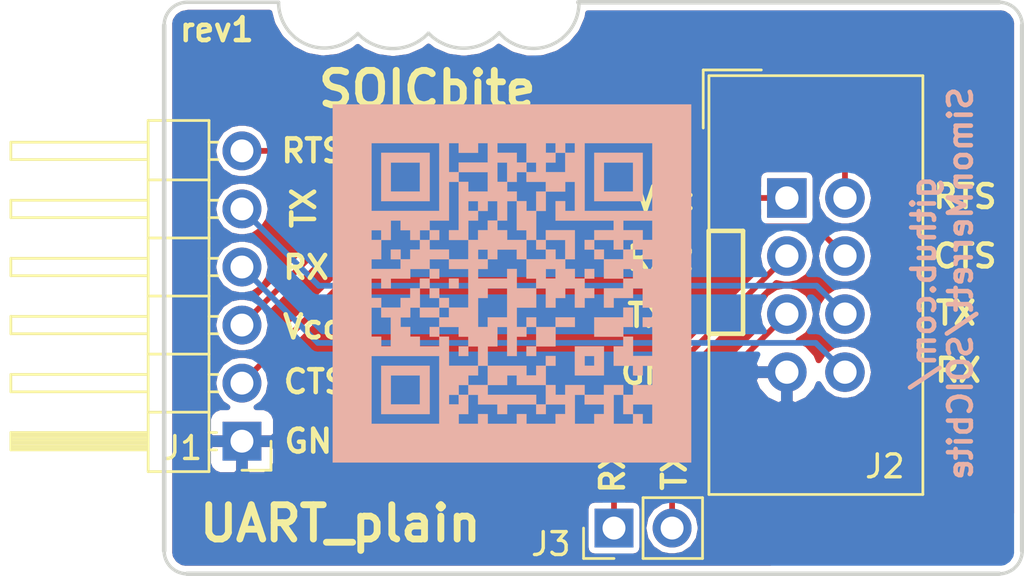
<source format=kicad_pcb>
(kicad_pcb (version 20171130) (host pcbnew 5.0.2-bee76a0~70~ubuntu18.04.1)

  (general
    (thickness 1.6)
    (drawings 38)
    (tracks 22)
    (zones 0)
    (modules 4)
    (nets 9)
  )

  (page A4)
  (layers
    (0 F.Cu signal)
    (31 B.Cu signal)
    (32 B.Adhes user)
    (33 F.Adhes user)
    (34 B.Paste user)
    (35 F.Paste user)
    (36 B.SilkS user)
    (37 F.SilkS user)
    (38 B.Mask user)
    (39 F.Mask user)
    (40 Dwgs.User user)
    (41 Cmts.User user)
    (42 Eco1.User user)
    (43 Eco2.User user)
    (44 Edge.Cuts user)
    (45 Margin user)
    (46 B.CrtYd user)
    (47 F.CrtYd user)
    (48 B.Fab user hide)
    (49 F.Fab user hide)
  )

  (setup
    (last_trace_width 0.25)
    (trace_clearance 0.2)
    (zone_clearance 0.254)
    (zone_45_only no)
    (trace_min 0.2)
    (segment_width 0.2)
    (edge_width 0.15)
    (via_size 0.8)
    (via_drill 0.4)
    (via_min_size 0.4)
    (via_min_drill 0.3)
    (uvia_size 0.3)
    (uvia_drill 0.1)
    (uvias_allowed no)
    (uvia_min_size 0.2)
    (uvia_min_drill 0.1)
    (pcb_text_width 0.3)
    (pcb_text_size 1.5 1.5)
    (mod_edge_width 0.15)
    (mod_text_size 1 1)
    (mod_text_width 0.15)
    (pad_size 1.524 1.524)
    (pad_drill 0.762)
    (pad_to_mask_clearance 0.051)
    (solder_mask_min_width 0.25)
    (aux_axis_origin 0 0)
    (visible_elements FFFFFF7F)
    (pcbplotparams
      (layerselection 0x010fc_ffffffff)
      (usegerberextensions false)
      (usegerberattributes false)
      (usegerberadvancedattributes false)
      (creategerberjobfile false)
      (excludeedgelayer true)
      (linewidth 0.100000)
      (plotframeref false)
      (viasonmask false)
      (mode 1)
      (useauxorigin false)
      (hpglpennumber 1)
      (hpglpenspeed 20)
      (hpglpendiameter 15.000000)
      (psnegative false)
      (psa4output false)
      (plotreference true)
      (plotvalue true)
      (plotinvisibletext false)
      (padsonsilk false)
      (subtractmaskfromsilk false)
      (outputformat 1)
      (mirror false)
      (drillshape 0)
      (scaleselection 1)
      (outputdirectory "gerbers/"))
  )

  (net 0 "")
  (net 1 GND)
  (net 2 /CTS)
  (net 3 VDD)
  (net 4 /RX)
  (net 5 /TX)
  (net 6 /RTS)
  (net 7 /RX2)
  (net 8 /TX2)

  (net_class Default "This is the default net class."
    (clearance 0.2)
    (trace_width 0.25)
    (via_dia 0.8)
    (via_drill 0.4)
    (uvia_dia 0.3)
    (uvia_drill 0.1)
    (add_net /CTS)
    (add_net /RTS)
    (add_net /RX)
    (add_net /RX2)
    (add_net /TX)
    (add_net /TX2)
    (add_net GND)
    (add_net VDD)
  )

  (module UART_plain:github_qr (layer B.Cu) (tedit 0) (tstamp 5D50C32A)
    (at 120.2 95.8 270)
    (fp_text reference G*** (at 0 0 270) (layer B.SilkS) hide
      (effects (font (size 1.524 1.524) (thickness 0.3)) (justify mirror))
    )
    (fp_text value LOGO (at 0.75 0 270) (layer B.SilkS) hide
      (effects (font (size 1.524 1.524) (thickness 0.3)) (justify mirror))
    )
    (fp_poly (pts (xy 5.715 3.598333) (xy 3.598334 3.598333) (xy 3.598334 5.291666) (xy 4.021667 5.291666)
      (xy 4.021667 4.021666) (xy 5.291667 4.021666) (xy 5.291667 5.291666) (xy 4.021667 5.291666)
      (xy 3.598334 5.291666) (xy 3.598334 5.715) (xy 5.715 5.715) (xy 5.715 3.598333)) (layer B.SilkS) (width 0.01))
    (fp_poly (pts (xy -3.598333 3.598333) (xy -5.715 3.598333) (xy -5.715 5.291666) (xy -5.291666 5.291666)
      (xy -5.291666 4.021666) (xy -4.021666 4.021666) (xy -4.021666 5.291666) (xy -5.291666 5.291666)
      (xy -5.715 5.291666) (xy -5.715 5.715) (xy -3.598333 5.715) (xy -3.598333 3.598333)) (layer B.SilkS) (width 0.01))
    (fp_poly (pts (xy -1.058333 4.868333) (xy -1.481666 4.868333) (xy -1.481666 5.291666) (xy -1.058333 5.291666)
      (xy -1.058333 4.868333)) (layer B.SilkS) (width 0.01))
    (fp_poly (pts (xy -1.905 3.175) (xy -2.328333 3.175) (xy -2.328333 3.598333) (xy -1.905 3.598333)
      (xy -1.905 3.175)) (layer B.SilkS) (width 0.01))
    (fp_poly (pts (xy 0.211667 2.328333) (xy -0.211666 2.328333) (xy -0.211666 2.751666) (xy 0.211667 2.751666)
      (xy 0.211667 2.328333)) (layer B.SilkS) (width 0.01))
    (fp_poly (pts (xy 1.905 2.328333) (xy 2.328334 2.328333) (xy 2.328334 1.905) (xy 2.751667 1.905)
      (xy 2.751667 1.481666) (xy 3.598334 1.481666) (xy 3.598334 1.058333) (xy 2.751667 1.058333)
      (xy 2.751667 0.635) (xy 1.905 0.635) (xy 1.905 0.211666) (xy 3.175 0.211666)
      (xy 3.175 -0.211667) (xy 2.328334 -0.211667) (xy 2.328334 -0.635) (xy 1.905 -0.635)
      (xy 1.905 -0.211667) (xy 1.058334 -0.211667) (xy 1.058334 -1.058334) (xy 0.211667 -1.058334)
      (xy 0.211667 -1.481667) (xy 1.058334 -1.481667) (xy 1.058334 -1.905) (xy 0.635 -1.905)
      (xy 0.635 -2.328334) (xy 0.211667 -2.328334) (xy 0.211667 -2.751667) (xy 1.058334 -2.751667)
      (xy 1.058334 -3.175) (xy 0.635 -3.175) (xy 0.635 -3.598334) (xy 0.211667 -3.598334)
      (xy 0.211667 -3.175) (xy -0.211666 -3.175) (xy -0.211666 -2.751667) (xy -0.635 -2.751667)
      (xy -0.635 -2.328334) (xy -1.058333 -2.328334) (xy -1.058333 -2.751667) (xy -2.328333 -2.751667)
      (xy -2.328333 -1.481667) (xy -1.905 -1.481667) (xy -1.905 -2.328334) (xy -1.058333 -2.328334)
      (xy -1.058333 -1.905) (xy -1.481666 -1.905) (xy -1.481666 -1.481667) (xy -1.905 -1.481667)
      (xy -1.905 -1.058334) (xy -1.481666 -1.058334) (xy -1.481666 -1.481667) (xy -1.058333 -1.481667)
      (xy -0.635 -1.481667) (xy -0.635 -1.905) (xy -0.211666 -1.905) (xy -0.211666 -1.481667)
      (xy -0.635 -1.481667) (xy -1.058333 -1.481667) (xy -1.058333 -0.635) (xy -1.905 -0.635)
      (xy -1.905 0.211666) (xy -2.328333 0.211666) (xy -2.328333 0.635) (xy -1.481666 0.635)
      (xy -1.481666 -0.211667) (xy -1.058333 -0.211667) (xy -1.058333 -0.635) (xy -0.211666 -0.635)
      (xy -0.211666 -1.058334) (xy 0.211667 -1.058334) (xy 0.211667 -0.211667) (xy -0.635 -0.211667)
      (xy -0.635 0.211666) (xy -0.211666 0.211666) (xy -0.211666 1.058333) (xy 0.211667 1.058333)
      (xy 0.211667 0.211666) (xy 1.481667 0.211666) (xy 1.481667 1.058333) (xy 1.905 1.058333)
      (xy 1.905 1.481666) (xy 0.635 1.481666) (xy 0.635 1.058333) (xy 0.211667 1.058333)
      (xy -0.211666 1.058333) (xy -0.211666 1.481666) (xy -0.635 1.481666) (xy -0.635 1.058333)
      (xy -1.058333 1.058333) (xy -1.058333 0.635) (xy -1.481666 0.635) (xy -2.328333 0.635)
      (xy -2.751666 0.635) (xy -2.751666 1.058333) (xy -2.328333 1.058333) (xy -2.328333 1.481666)
      (xy -1.905 1.481666) (xy -1.481666 1.481666) (xy -1.481666 1.058333) (xy -1.058333 1.058333)
      (xy -1.058333 1.481666) (xy -1.481666 1.481666) (xy -1.905 1.481666) (xy -1.905 1.905)
      (xy -1.058333 1.905) (xy -1.058333 2.751666) (xy -0.635 2.751666) (xy -0.635 1.905)
      (xy 1.058334 1.905) (xy 1.058334 2.751666) (xy 0.635 2.751666) (xy 0.635 3.175)
      (xy 1.058334 3.175) (xy 1.058334 2.751666) (xy 1.481667 2.751666) (xy 1.481667 3.175)
      (xy 1.058334 3.175) (xy 1.058334 4.021666) (xy 1.481667 4.021666) (xy 1.481667 3.175)
      (xy 1.905 3.175) (xy 1.905 2.328333)) (layer B.SilkS) (width 0.01))
    (fp_poly (pts (xy 4.868334 -1.058334) (xy 4.868334 1.058333) (xy 4.445 1.058333) (xy 4.445 1.905)
      (xy 4.868334 1.905) (xy 4.868334 1.481666) (xy 5.291667 1.481666) (xy 5.291667 0.635)
      (xy 5.715 0.635) (xy 5.715 0.211666) (xy 5.291667 0.211666) (xy 5.291667 -1.058334)
      (xy 4.868334 -1.058334)) (layer B.SilkS) (width 0.01))
    (fp_poly (pts (xy 4.445 0.211666) (xy 4.021667 0.211666) (xy 4.021667 -0.211667) (xy 4.445 -0.211667)
      (xy 4.445 -1.481667) (xy 3.598334 -1.481667) (xy 3.598334 -1.058334) (xy 4.021667 -1.058334)
      (xy 4.021667 -0.635) (xy 3.598334 -0.635) (xy 3.598334 1.058333) (xy 4.445 1.058333)
      (xy 4.445 0.211666)) (layer B.SilkS) (width 0.01))
    (fp_poly (pts (xy 1.905 3.598333) (xy 2.328334 3.598333) (xy 2.328334 3.175) (xy 1.905 3.175)
      (xy 1.905 3.598333)) (layer B.SilkS) (width 0.01))
    (fp_poly (pts (xy 2.751667 -1.905) (xy 1.905 -1.905) (xy 1.905 -1.058334) (xy 2.751667 -1.058334)
      (xy 2.751667 -1.905)) (layer B.SilkS) (width 0.01))
    (fp_poly (pts (xy 5.715 -1.058334) (xy 5.715 -1.481667) (xy 5.291667 -1.481667) (xy 5.291667 -1.058334)
      (xy 5.715 -1.058334)) (layer B.SilkS) (width 0.01))
    (fp_poly (pts (xy 2.751667 2.328333) (xy 3.175 2.328333) (xy 3.175 1.905) (xy 2.751667 1.905)
      (xy 2.751667 2.328333)) (layer B.SilkS) (width 0.01))
    (fp_poly (pts (xy 2.751667 -0.635) (xy 3.175 -0.635) (xy 3.175 -1.058334) (xy 2.751667 -1.058334)
      (xy 2.751667 -0.635)) (layer B.SilkS) (width 0.01))
    (fp_poly (pts (xy 1.481667 -1.058334) (xy 1.481667 -0.635) (xy 1.905 -0.635) (xy 1.905 -1.058334)
      (xy 1.481667 -1.058334)) (layer B.SilkS) (width 0.01))
    (fp_poly (pts (xy 3.598334 -1.905) (xy 3.175 -1.905) (xy 3.175 -1.481667) (xy 3.598334 -1.481667)
      (xy 3.598334 -1.905)) (layer B.SilkS) (width 0.01))
    (fp_poly (pts (xy 1.905 -2.751667) (xy 1.481667 -2.751667) (xy 1.481667 -1.905) (xy 1.905 -1.905)
      (xy 1.905 -2.751667)) (layer B.SilkS) (width 0.01))
    (fp_poly (pts (xy -0.211666 -3.598334) (xy -0.635 -3.598334) (xy -0.635 -3.175) (xy -0.211666 -3.175)
      (xy -0.211666 -3.598334)) (layer B.SilkS) (width 0.01))
    (fp_poly (pts (xy -3.175 -0.635) (xy -3.598333 -0.635) (xy -3.598333 -0.211667) (xy -2.328333 -0.211667)
      (xy -2.328333 -0.635) (xy -1.905 -0.635) (xy -1.905 -1.058334) (xy -3.175 -1.058334)
      (xy -3.175 -0.635)) (layer B.SilkS) (width 0.01))
    (fp_poly (pts (xy -0.211666 4.021666) (xy 0.211667 4.021666) (xy 0.211667 3.598333) (xy -0.211666 3.598333)
      (xy -0.211666 4.021666)) (layer B.SilkS) (width 0.01))
    (fp_poly (pts (xy -3.175 -1.481667) (xy -4.021666 -1.481667) (xy -4.021666 -1.058334) (xy -3.175 -1.058334)
      (xy -3.175 -1.481667)) (layer B.SilkS) (width 0.01))
    (fp_poly (pts (xy -0.211666 3.175) (xy -0.635 3.175) (xy -0.635 3.598333) (xy -0.211666 3.598333)
      (xy -0.211666 3.175)) (layer B.SilkS) (width 0.01))
    (fp_poly (pts (xy 0.211667 3.175) (xy 0.211667 3.598333) (xy 0.635 3.598333) (xy 0.635 3.175)
      (xy 0.211667 3.175)) (layer B.SilkS) (width 0.01))
    (fp_poly (pts (xy 4.021667 -4.021667) (xy 2.751667 -4.021667) (xy 2.751667 -3.175) (xy 3.175 -3.175)
      (xy 3.175 -3.598334) (xy 3.598334 -3.598334) (xy 3.598334 -3.175) (xy 3.175 -3.175)
      (xy 2.751667 -3.175) (xy 2.751667 -2.751667) (xy 4.021667 -2.751667) (xy 4.021667 -4.021667)) (layer B.SilkS) (width 0.01))
    (fp_poly (pts (xy -1.905 -3.598334) (xy -1.905 -3.175) (xy -1.481666 -3.175) (xy -1.481666 -3.598334)
      (xy -1.905 -3.598334)) (layer B.SilkS) (width 0.01))
    (fp_poly (pts (xy -1.058333 -3.598334) (xy -1.058333 -4.021667) (xy -1.481666 -4.021667) (xy -1.481666 -3.598334)
      (xy -1.058333 -3.598334)) (layer B.SilkS) (width 0.01))
    (fp_poly (pts (xy 2.328334 -4.868334) (xy 1.905 -4.868334) (xy 1.905 -5.291667) (xy 1.058334 -5.291667)
      (xy 1.058334 -4.868334) (xy 1.481667 -4.868334) (xy 1.481667 -3.598334) (xy 2.328334 -3.598334)
      (xy 2.328334 -4.868334)) (layer B.SilkS) (width 0.01))
    (fp_poly (pts (xy -3.598333 -5.715) (xy -5.715 -5.715) (xy -5.715 -4.021667) (xy -5.291666 -4.021667)
      (xy -5.291666 -5.291667) (xy -4.021666 -5.291667) (xy -4.021666 -4.021667) (xy -5.291666 -4.021667)
      (xy -5.715 -4.021667) (xy -5.715 -3.598334) (xy -3.598333 -3.598334) (xy -3.598333 -5.715)) (layer B.SilkS) (width 0.01))
    (fp_poly (pts (xy 7.831667 -7.831667) (xy -7.831666 -7.831667) (xy -7.831666 -3.175) (xy -6.138333 -3.175)
      (xy -6.138333 -6.138334) (xy -3.175 -6.138334) (xy -3.175 -4.868334) (xy -2.751666 -4.868334)
      (xy -2.751666 -6.138334) (xy -1.905 -6.138334) (xy -1.058333 -6.138334) (xy -0.635 -6.138334)
      (xy -0.635 -5.715) (xy -1.058333 -5.715) (xy -1.058333 -6.138334) (xy -1.905 -6.138334)
      (xy -1.905 -5.715) (xy -2.328333 -5.715) (xy -2.328333 -4.868334) (xy -1.905 -4.868334)
      (xy -1.905 -5.291667) (xy -1.481666 -5.291667) (xy -1.481666 -5.715) (xy -1.058333 -5.715)
      (xy -1.058333 -5.291667) (xy -1.481666 -5.291667) (xy -1.481666 -4.868334) (xy -1.905 -4.868334)
      (xy -2.328333 -4.868334) (xy -2.751666 -4.868334) (xy -3.175 -4.868334) (xy -3.175 -3.175)
      (xy -6.138333 -3.175) (xy -7.831666 -3.175) (xy -7.831666 -2.328334) (xy -6.138333 -2.328334)
      (xy -6.138333 -2.751667) (xy -5.715 -2.751667) (xy -5.715 -2.328334) (xy -6.138333 -2.328334)
      (xy -7.831666 -2.328334) (xy -7.831666 -1.481667) (xy -6.138333 -1.481667) (xy -6.138333 -1.905)
      (xy -5.715 -1.905) (xy -5.715 -2.328334) (xy -4.868333 -2.328334) (xy -4.868333 -1.481667)
      (xy -5.291666 -1.481667) (xy -5.291666 -1.905) (xy -5.715 -1.905) (xy -5.715 -1.481667)
      (xy -6.138333 -1.481667) (xy -7.831666 -1.481667) (xy -7.831666 -1.058334) (xy -5.291666 -1.058334)
      (xy -4.868333 -1.058334) (xy -4.868333 -0.635) (xy -5.291666 -0.635) (xy -5.291666 -1.058334)
      (xy -7.831666 -1.058334) (xy -7.831666 0.635) (xy -6.138333 0.635) (xy -6.138333 -0.635)
      (xy -5.291666 -0.635) (xy -5.291666 -0.211667) (xy -4.868333 -0.211667) (xy -4.868333 -0.635)
      (xy -4.445 -0.635) (xy -4.445 -1.481667) (xy -4.021666 -1.481667) (xy -4.021666 -2.328334)
      (xy -4.445 -2.328334) (xy -4.445 -2.751667) (xy -3.175 -2.751667) (xy -3.175 -2.328334)
      (xy -3.598333 -2.328334) (xy -3.598333 -1.905) (xy -2.751666 -1.905) (xy -2.751666 -4.445)
      (xy -2.328333 -4.445) (xy -2.328333 -3.598334) (xy -1.905 -3.598334) (xy -1.905 -4.445)
      (xy -1.481666 -4.445) (xy -1.481666 -4.868334) (xy -1.058333 -4.868334) (xy -0.635 -4.868334)
      (xy -0.635 -5.291667) (xy -0.211666 -5.291667) (xy -0.211666 -4.868334) (xy -0.635 -4.868334)
      (xy -1.058333 -4.868334) (xy -1.058333 -4.021667) (xy -0.211666 -4.021667) (xy -0.211666 -4.868334)
      (xy 0.211667 -4.868334) (xy 0.211667 -4.021667) (xy 1.058334 -4.021667) (xy 1.058334 -4.445)
      (xy 0.635 -4.445) (xy 0.635 -5.291667) (xy 0.211667 -5.291667) (xy 0.211667 -5.715)
      (xy 1.058334 -5.715) (xy 1.058334 -6.138334) (xy 1.481667 -6.138334) (xy 1.481667 -5.715)
      (xy 1.905 -5.715) (xy 1.905 -6.138334) (xy 3.175 -6.138334) (xy 3.175 -5.291667)
      (xy 2.328334 -5.291667) (xy 2.328334 -4.868334) (xy 2.751667 -4.868334) (xy 2.751667 -4.445)
      (xy 3.598334 -4.445) (xy 3.598334 -5.291667) (xy 4.021667 -5.291667) (xy 4.021667 -5.715)
      (xy 3.598334 -5.715) (xy 3.598334 -6.138334) (xy 4.445 -6.138334) (xy 4.445 -5.291667)
      (xy 4.868334 -5.291667) (xy 5.291667 -5.291667) (xy 5.291667 -6.138334) (xy 6.138334 -6.138334)
      (xy 6.138334 -5.715) (xy 5.715 -5.715) (xy 5.715 -5.291667) (xy 5.291667 -5.291667)
      (xy 4.868334 -5.291667) (xy 4.868334 -4.868334) (xy 4.445 -4.868334) (xy 4.445 -4.445)
      (xy 4.868334 -4.445) (xy 4.868334 -4.868334) (xy 5.715 -4.868334) (xy 5.715 -5.291667)
      (xy 6.138334 -5.291667) (xy 6.138334 -4.445) (xy 4.868334 -4.445) (xy 4.445 -4.445)
      (xy 4.445 -4.021667) (xy 4.868334 -4.021667) (xy 4.868334 -3.175) (xy 4.445 -3.175)
      (xy 4.445 -2.751667) (xy 4.868334 -2.751667) (xy 4.868334 -3.175) (xy 5.291667 -3.175)
      (xy 5.291667 -4.021667) (xy 5.715 -4.021667) (xy 5.715 -3.598334) (xy 6.138334 -3.598334)
      (xy 6.138334 -2.751667) (xy 4.868334 -2.751667) (xy 4.445 -2.751667) (xy 4.445 -2.328334)
      (xy 4.868334 -2.328334) (xy 4.868334 -1.905) (xy 4.445 -1.905) (xy 4.445 -1.481667)
      (xy 5.291667 -1.481667) (xy 5.291667 -2.328334) (xy 5.715 -2.328334) (xy 5.715 -1.905)
      (xy 6.138334 -1.905) (xy 6.138334 -0.635) (xy 5.715 -0.635) (xy 5.715 -0.211667)
      (xy 6.138334 -0.211667) (xy 6.138334 1.058333) (xy 5.715 1.058333) (xy 5.715 1.481666)
      (xy 6.138334 1.481666) (xy 6.138334 2.328333) (xy 5.715 2.328333) (xy 5.715 1.905)
      (xy 4.868334 1.905) (xy 4.868334 2.328333) (xy 4.445 2.328333) (xy 4.445 1.905)
      (xy 4.021667 1.905) (xy 4.021667 1.481666) (xy 3.598334 1.481666) (xy 3.598334 2.751666)
      (xy 4.868334 2.751666) (xy 4.868334 2.328333) (xy 5.291667 2.328333) (xy 5.291667 2.751666)
      (xy 4.868334 2.751666) (xy 3.598334 2.751666) (xy 2.328334 2.751666) (xy 2.328334 3.175)
      (xy 2.751667 3.175) (xy 2.751667 4.021666) (xy 2.328334 4.021666) (xy 2.328334 4.445)
      (xy 1.905 4.445) (xy 1.905 4.868333) (xy 1.481667 4.868333) (xy 1.481667 4.445)
      (xy 1.058334 4.445) (xy 1.058334 4.021666) (xy 0.211667 4.021666) (xy 0.211667 4.445)
      (xy 0.635 4.445) (xy 0.635 4.868333) (xy 1.058334 4.868333) (xy 1.058334 5.715)
      (xy 0.635 5.715) (xy 0.635 6.138333) (xy 1.058334 6.138333) (xy 1.058334 5.715)
      (xy 1.481667 5.715) (xy 1.481667 5.291666) (xy 2.751667 5.291666) (xy 2.751667 5.715)
      (xy 2.328334 5.715) (xy 2.328334 6.138333) (xy 3.175 6.138333) (xy 3.175 3.175)
      (xy 6.138334 3.175) (xy 6.138334 6.138333) (xy 3.175 6.138333) (xy 2.328334 6.138333)
      (xy 1.058334 6.138333) (xy 0.635 6.138333) (xy -0.211666 6.138333) (xy -0.211666 5.715)
      (xy 0.211667 5.715) (xy 0.211667 5.291666) (xy -0.211666 5.291666) (xy -0.211666 4.445)
      (xy -0.635 4.445) (xy -0.635 3.598333) (xy -1.058333 3.598333) (xy -1.058333 2.751666)
      (xy -1.481666 2.751666) (xy -1.481666 3.598333) (xy -1.905 3.598333) (xy -1.905 4.021666)
      (xy -2.328333 4.021666) (xy -2.328333 3.598333) (xy -2.751666 3.598333) (xy -2.751666 2.751666)
      (xy -4.445 2.751666) (xy -4.445 2.328333) (xy -2.328333 2.328333) (xy -2.328333 2.751666)
      (xy -1.905 2.751666) (xy -1.905 1.905) (xy -2.751666 1.905) (xy -2.751666 1.481666)
      (xy -3.175 1.481666) (xy -3.175 1.058333) (xy -3.598333 1.058333) (xy -3.598333 0.635)
      (xy -2.751666 0.635) (xy -2.751666 0.211666) (xy -3.598333 0.211666) (xy -3.598333 -0.211667)
      (xy -4.021666 -0.211667) (xy -4.021666 0.211666) (xy -4.445 0.211666) (xy -4.445 -0.211667)
      (xy -4.868333 -0.211667) (xy -5.291666 -0.211667) (xy -5.715 -0.211667) (xy -5.715 0.635)
      (xy -5.291666 0.635) (xy -5.291666 0.211666) (xy -4.445 0.211666) (xy -4.445 0.635)
      (xy -5.291666 0.635) (xy -5.715 0.635) (xy -6.138333 0.635) (xy -7.831666 0.635)
      (xy -7.831666 2.751666) (xy -6.138333 2.751666) (xy -6.138333 2.328333) (xy -5.715 2.328333)
      (xy -5.715 1.481666) (xy -6.138333 1.481666) (xy -6.138333 1.058333) (xy -5.291666 1.058333)
      (xy -4.868333 1.058333) (xy -4.021666 1.058333) (xy -4.021666 1.905) (xy -3.598333 1.905)
      (xy -3.598333 1.481666) (xy -3.175 1.481666) (xy -3.175 1.905) (xy -3.598333 1.905)
      (xy -4.021666 1.905) (xy -4.445 1.905) (xy -4.445 2.328333) (xy -4.868333 2.328333)
      (xy -4.868333 1.058333) (xy -5.291666 1.058333) (xy -5.291666 2.328333) (xy -4.868333 2.328333)
      (xy -4.868333 2.751666) (xy -6.138333 2.751666) (xy -7.831666 2.751666) (xy -7.831666 6.138333)
      (xy -6.138333 6.138333) (xy -6.138333 3.175) (xy -3.175 3.175) (xy -3.175 5.291666)
      (xy -2.751666 5.291666) (xy -2.751666 4.868333) (xy -2.328333 4.868333) (xy -2.328333 4.445)
      (xy -1.905 4.445) (xy -1.905 4.021666) (xy -1.481666 4.021666) (xy -1.481666 4.445)
      (xy -1.058333 4.445) (xy -1.058333 4.868333) (xy -0.635 4.868333) (xy -0.635 6.138333)
      (xy -1.058333 6.138333) (xy -1.058333 5.715) (xy -1.905 5.715) (xy -1.905 5.291666)
      (xy -2.751666 5.291666) (xy -3.175 5.291666) (xy -3.175 6.138333) (xy -2.328333 6.138333)
      (xy -2.328333 5.715) (xy -1.905 5.715) (xy -1.905 6.138333) (xy -2.328333 6.138333)
      (xy -3.175 6.138333) (xy -6.138333 6.138333) (xy -7.831666 6.138333) (xy -7.831666 7.831666)
      (xy 7.831667 7.831666) (xy 7.831667 -7.831667)) (layer B.SilkS) (width 0.01))
  )

  (module Connector_IDC:IDC-Header_2x04_P2.54mm_Vertical (layer F.Cu) (tedit 59DE070F) (tstamp 5D4560FA)
    (at 132.215001 92.060001)
    (descr "Through hole straight IDC box header, 2x04, 2.54mm pitch, double rows")
    (tags "Through hole IDC box header THT 2x04 2.54mm double row")
    (path /5D3580F5)
    (fp_text reference J2 (at 4.284999 11.739999) (layer F.SilkS)
      (effects (font (size 1 1) (thickness 0.15)))
    )
    (fp_text value 2x4_IDC (at 1.27 14.224) (layer F.Fab)
      (effects (font (size 1 1) (thickness 0.15)))
    )
    (fp_text user %R (at 1.27 3.81) (layer F.Fab)
      (effects (font (size 1 1) (thickness 0.15)))
    )
    (fp_line (start 5.695 -5.1) (end 5.695 12.72) (layer F.Fab) (width 0.1))
    (fp_line (start 5.145 -4.56) (end 5.145 12.16) (layer F.Fab) (width 0.1))
    (fp_line (start -3.155 -5.1) (end -3.155 12.72) (layer F.Fab) (width 0.1))
    (fp_line (start -2.605 -4.56) (end -2.605 1.56) (layer F.Fab) (width 0.1))
    (fp_line (start -2.605 6.06) (end -2.605 12.16) (layer F.Fab) (width 0.1))
    (fp_line (start -2.605 1.56) (end -3.155 1.56) (layer F.Fab) (width 0.1))
    (fp_line (start -2.605 6.06) (end -3.155 6.06) (layer F.Fab) (width 0.1))
    (fp_line (start 5.695 -5.1) (end -3.155 -5.1) (layer F.Fab) (width 0.1))
    (fp_line (start 5.145 -4.56) (end -2.605 -4.56) (layer F.Fab) (width 0.1))
    (fp_line (start 5.695 12.72) (end -3.155 12.72) (layer F.Fab) (width 0.1))
    (fp_line (start 5.145 12.16) (end -2.605 12.16) (layer F.Fab) (width 0.1))
    (fp_line (start 5.695 -5.1) (end 5.145 -4.56) (layer F.Fab) (width 0.1))
    (fp_line (start 5.695 12.72) (end 5.145 12.16) (layer F.Fab) (width 0.1))
    (fp_line (start -3.155 -5.1) (end -2.605 -4.56) (layer F.Fab) (width 0.1))
    (fp_line (start -3.155 12.72) (end -2.605 12.16) (layer F.Fab) (width 0.1))
    (fp_line (start 5.95 -5.35) (end 5.95 12.97) (layer F.CrtYd) (width 0.05))
    (fp_line (start 5.95 12.97) (end -3.41 12.97) (layer F.CrtYd) (width 0.05))
    (fp_line (start -3.41 12.97) (end -3.41 -5.35) (layer F.CrtYd) (width 0.05))
    (fp_line (start -3.41 -5.35) (end 5.95 -5.35) (layer F.CrtYd) (width 0.05))
    (fp_line (start 5.945 -5.35) (end 5.945 12.97) (layer F.SilkS) (width 0.12))
    (fp_line (start 5.945 12.97) (end -3.405 12.97) (layer F.SilkS) (width 0.12))
    (fp_line (start -3.405 12.97) (end -3.405 -5.35) (layer F.SilkS) (width 0.12))
    (fp_line (start -3.405 -5.35) (end 5.945 -5.35) (layer F.SilkS) (width 0.12))
    (fp_line (start -3.655 -5.6) (end -3.655 -3.06) (layer F.SilkS) (width 0.12))
    (fp_line (start -3.655 -5.6) (end -1.115 -5.6) (layer F.SilkS) (width 0.12))
    (pad 1 thru_hole rect (at 0 0) (size 1.7272 1.7272) (drill 1.016) (layers *.Cu *.Mask)
      (net 3 VDD))
    (pad 2 thru_hole oval (at 2.54 0) (size 1.7272 1.7272) (drill 1.016) (layers *.Cu *.Mask)
      (net 6 /RTS))
    (pad 3 thru_hole oval (at 0 2.54) (size 1.7272 1.7272) (drill 1.016) (layers *.Cu *.Mask)
      (net 7 /RX2))
    (pad 4 thru_hole oval (at 2.54 2.54) (size 1.7272 1.7272) (drill 1.016) (layers *.Cu *.Mask)
      (net 2 /CTS))
    (pad 5 thru_hole oval (at 0 5.08) (size 1.7272 1.7272) (drill 1.016) (layers *.Cu *.Mask)
      (net 8 /TX2))
    (pad 6 thru_hole oval (at 2.54 5.08) (size 1.7272 1.7272) (drill 1.016) (layers *.Cu *.Mask)
      (net 5 /TX))
    (pad 7 thru_hole oval (at 0 7.62) (size 1.7272 1.7272) (drill 1.016) (layers *.Cu *.Mask)
      (net 1 GND))
    (pad 8 thru_hole oval (at 2.54 7.62) (size 1.7272 1.7272) (drill 1.016) (layers *.Cu *.Mask)
      (net 4 /RX))
    (model ${KISYS3DMOD}/Connector_IDC.3dshapes/IDC-Header_2x04_P2.54mm_Vertical.wrl
      (at (xyz 0 0 0))
      (scale (xyz 1 1 1))
      (rotate (xyz 0 0 0))
    )
  )

  (module Connector_PinHeader_2.54mm:PinHeader_1x06_P2.54mm_Horizontal (layer F.Cu) (tedit 59FED5CB) (tstamp 5D50B4B3)
    (at 108.4 102.7 180)
    (descr "Through hole angled pin header, 1x06, 2.54mm pitch, 6mm pin length, single row")
    (tags "Through hole angled pin header THT 1x06 2.54mm single row")
    (path /5D446927)
    (fp_text reference J1 (at 2.6 -0.3 180) (layer F.SilkS)
      (effects (font (size 1 1) (thickness 0.15)))
    )
    (fp_text value "UART adaptor" (at 4.385 14.97 180) (layer F.Fab)
      (effects (font (size 1 1) (thickness 0.15)))
    )
    (fp_line (start 2.135 -1.27) (end 4.04 -1.27) (layer F.Fab) (width 0.1))
    (fp_line (start 4.04 -1.27) (end 4.04 13.97) (layer F.Fab) (width 0.1))
    (fp_line (start 4.04 13.97) (end 1.5 13.97) (layer F.Fab) (width 0.1))
    (fp_line (start 1.5 13.97) (end 1.5 -0.635) (layer F.Fab) (width 0.1))
    (fp_line (start 1.5 -0.635) (end 2.135 -1.27) (layer F.Fab) (width 0.1))
    (fp_line (start -0.32 -0.32) (end 1.5 -0.32) (layer F.Fab) (width 0.1))
    (fp_line (start -0.32 -0.32) (end -0.32 0.32) (layer F.Fab) (width 0.1))
    (fp_line (start -0.32 0.32) (end 1.5 0.32) (layer F.Fab) (width 0.1))
    (fp_line (start 4.04 -0.32) (end 10.04 -0.32) (layer F.Fab) (width 0.1))
    (fp_line (start 10.04 -0.32) (end 10.04 0.32) (layer F.Fab) (width 0.1))
    (fp_line (start 4.04 0.32) (end 10.04 0.32) (layer F.Fab) (width 0.1))
    (fp_line (start -0.32 2.22) (end 1.5 2.22) (layer F.Fab) (width 0.1))
    (fp_line (start -0.32 2.22) (end -0.32 2.86) (layer F.Fab) (width 0.1))
    (fp_line (start -0.32 2.86) (end 1.5 2.86) (layer F.Fab) (width 0.1))
    (fp_line (start 4.04 2.22) (end 10.04 2.22) (layer F.Fab) (width 0.1))
    (fp_line (start 10.04 2.22) (end 10.04 2.86) (layer F.Fab) (width 0.1))
    (fp_line (start 4.04 2.86) (end 10.04 2.86) (layer F.Fab) (width 0.1))
    (fp_line (start -0.32 4.76) (end 1.5 4.76) (layer F.Fab) (width 0.1))
    (fp_line (start -0.32 4.76) (end -0.32 5.4) (layer F.Fab) (width 0.1))
    (fp_line (start -0.32 5.4) (end 1.5 5.4) (layer F.Fab) (width 0.1))
    (fp_line (start 4.04 4.76) (end 10.04 4.76) (layer F.Fab) (width 0.1))
    (fp_line (start 10.04 4.76) (end 10.04 5.4) (layer F.Fab) (width 0.1))
    (fp_line (start 4.04 5.4) (end 10.04 5.4) (layer F.Fab) (width 0.1))
    (fp_line (start -0.32 7.3) (end 1.5 7.3) (layer F.Fab) (width 0.1))
    (fp_line (start -0.32 7.3) (end -0.32 7.94) (layer F.Fab) (width 0.1))
    (fp_line (start -0.32 7.94) (end 1.5 7.94) (layer F.Fab) (width 0.1))
    (fp_line (start 4.04 7.3) (end 10.04 7.3) (layer F.Fab) (width 0.1))
    (fp_line (start 10.04 7.3) (end 10.04 7.94) (layer F.Fab) (width 0.1))
    (fp_line (start 4.04 7.94) (end 10.04 7.94) (layer F.Fab) (width 0.1))
    (fp_line (start -0.32 9.84) (end 1.5 9.84) (layer F.Fab) (width 0.1))
    (fp_line (start -0.32 9.84) (end -0.32 10.48) (layer F.Fab) (width 0.1))
    (fp_line (start -0.32 10.48) (end 1.5 10.48) (layer F.Fab) (width 0.1))
    (fp_line (start 4.04 9.84) (end 10.04 9.84) (layer F.Fab) (width 0.1))
    (fp_line (start 10.04 9.84) (end 10.04 10.48) (layer F.Fab) (width 0.1))
    (fp_line (start 4.04 10.48) (end 10.04 10.48) (layer F.Fab) (width 0.1))
    (fp_line (start -0.32 12.38) (end 1.5 12.38) (layer F.Fab) (width 0.1))
    (fp_line (start -0.32 12.38) (end -0.32 13.02) (layer F.Fab) (width 0.1))
    (fp_line (start -0.32 13.02) (end 1.5 13.02) (layer F.Fab) (width 0.1))
    (fp_line (start 4.04 12.38) (end 10.04 12.38) (layer F.Fab) (width 0.1))
    (fp_line (start 10.04 12.38) (end 10.04 13.02) (layer F.Fab) (width 0.1))
    (fp_line (start 4.04 13.02) (end 10.04 13.02) (layer F.Fab) (width 0.1))
    (fp_line (start 1.44 -1.33) (end 1.44 14.03) (layer F.SilkS) (width 0.12))
    (fp_line (start 1.44 14.03) (end 4.1 14.03) (layer F.SilkS) (width 0.12))
    (fp_line (start 4.1 14.03) (end 4.1 -1.33) (layer F.SilkS) (width 0.12))
    (fp_line (start 4.1 -1.33) (end 1.44 -1.33) (layer F.SilkS) (width 0.12))
    (fp_line (start 4.1 -0.38) (end 10.1 -0.38) (layer F.SilkS) (width 0.12))
    (fp_line (start 10.1 -0.38) (end 10.1 0.38) (layer F.SilkS) (width 0.12))
    (fp_line (start 10.1 0.38) (end 4.1 0.38) (layer F.SilkS) (width 0.12))
    (fp_line (start 4.1 -0.32) (end 10.1 -0.32) (layer F.SilkS) (width 0.12))
    (fp_line (start 4.1 -0.2) (end 10.1 -0.2) (layer F.SilkS) (width 0.12))
    (fp_line (start 4.1 -0.08) (end 10.1 -0.08) (layer F.SilkS) (width 0.12))
    (fp_line (start 4.1 0.04) (end 10.1 0.04) (layer F.SilkS) (width 0.12))
    (fp_line (start 4.1 0.16) (end 10.1 0.16) (layer F.SilkS) (width 0.12))
    (fp_line (start 4.1 0.28) (end 10.1 0.28) (layer F.SilkS) (width 0.12))
    (fp_line (start 1.11 -0.38) (end 1.44 -0.38) (layer F.SilkS) (width 0.12))
    (fp_line (start 1.11 0.38) (end 1.44 0.38) (layer F.SilkS) (width 0.12))
    (fp_line (start 1.44 1.27) (end 4.1 1.27) (layer F.SilkS) (width 0.12))
    (fp_line (start 4.1 2.16) (end 10.1 2.16) (layer F.SilkS) (width 0.12))
    (fp_line (start 10.1 2.16) (end 10.1 2.92) (layer F.SilkS) (width 0.12))
    (fp_line (start 10.1 2.92) (end 4.1 2.92) (layer F.SilkS) (width 0.12))
    (fp_line (start 1.042929 2.16) (end 1.44 2.16) (layer F.SilkS) (width 0.12))
    (fp_line (start 1.042929 2.92) (end 1.44 2.92) (layer F.SilkS) (width 0.12))
    (fp_line (start 1.44 3.81) (end 4.1 3.81) (layer F.SilkS) (width 0.12))
    (fp_line (start 4.1 4.7) (end 10.1 4.7) (layer F.SilkS) (width 0.12))
    (fp_line (start 10.1 4.7) (end 10.1 5.46) (layer F.SilkS) (width 0.12))
    (fp_line (start 10.1 5.46) (end 4.1 5.46) (layer F.SilkS) (width 0.12))
    (fp_line (start 1.042929 4.7) (end 1.44 4.7) (layer F.SilkS) (width 0.12))
    (fp_line (start 1.042929 5.46) (end 1.44 5.46) (layer F.SilkS) (width 0.12))
    (fp_line (start 1.44 6.35) (end 4.1 6.35) (layer F.SilkS) (width 0.12))
    (fp_line (start 4.1 7.24) (end 10.1 7.24) (layer F.SilkS) (width 0.12))
    (fp_line (start 10.1 7.24) (end 10.1 8) (layer F.SilkS) (width 0.12))
    (fp_line (start 10.1 8) (end 4.1 8) (layer F.SilkS) (width 0.12))
    (fp_line (start 1.042929 7.24) (end 1.44 7.24) (layer F.SilkS) (width 0.12))
    (fp_line (start 1.042929 8) (end 1.44 8) (layer F.SilkS) (width 0.12))
    (fp_line (start 1.44 8.89) (end 4.1 8.89) (layer F.SilkS) (width 0.12))
    (fp_line (start 4.1 9.78) (end 10.1 9.78) (layer F.SilkS) (width 0.12))
    (fp_line (start 10.1 9.78) (end 10.1 10.54) (layer F.SilkS) (width 0.12))
    (fp_line (start 10.1 10.54) (end 4.1 10.54) (layer F.SilkS) (width 0.12))
    (fp_line (start 1.042929 9.78) (end 1.44 9.78) (layer F.SilkS) (width 0.12))
    (fp_line (start 1.042929 10.54) (end 1.44 10.54) (layer F.SilkS) (width 0.12))
    (fp_line (start 1.44 11.43) (end 4.1 11.43) (layer F.SilkS) (width 0.12))
    (fp_line (start 4.1 12.32) (end 10.1 12.32) (layer F.SilkS) (width 0.12))
    (fp_line (start 10.1 12.32) (end 10.1 13.08) (layer F.SilkS) (width 0.12))
    (fp_line (start 10.1 13.08) (end 4.1 13.08) (layer F.SilkS) (width 0.12))
    (fp_line (start 1.042929 12.32) (end 1.44 12.32) (layer F.SilkS) (width 0.12))
    (fp_line (start 1.042929 13.08) (end 1.44 13.08) (layer F.SilkS) (width 0.12))
    (fp_line (start -1.27 0) (end -1.27 -1.27) (layer F.SilkS) (width 0.12))
    (fp_line (start -1.27 -1.27) (end 0 -1.27) (layer F.SilkS) (width 0.12))
    (fp_line (start -1.8 -1.8) (end -1.8 14.5) (layer F.CrtYd) (width 0.05))
    (fp_line (start -1.8 14.5) (end 10.55 14.5) (layer F.CrtYd) (width 0.05))
    (fp_line (start 10.55 14.5) (end 10.55 -1.8) (layer F.CrtYd) (width 0.05))
    (fp_line (start 10.55 -1.8) (end -1.8 -1.8) (layer F.CrtYd) (width 0.05))
    (fp_text user %R (at 2.77 6.35 270) (layer F.Fab)
      (effects (font (size 1 1) (thickness 0.15)))
    )
    (pad 1 thru_hole rect (at 0 0 180) (size 1.7 1.7) (drill 1) (layers *.Cu *.Mask)
      (net 1 GND))
    (pad 2 thru_hole oval (at 0 2.54 180) (size 1.7 1.7) (drill 1) (layers *.Cu *.Mask)
      (net 2 /CTS))
    (pad 3 thru_hole oval (at 0 5.08 180) (size 1.7 1.7) (drill 1) (layers *.Cu *.Mask)
      (net 3 VDD))
    (pad 4 thru_hole oval (at 0 7.62 180) (size 1.7 1.7) (drill 1) (layers *.Cu *.Mask)
      (net 4 /RX))
    (pad 5 thru_hole oval (at 0 10.16 180) (size 1.7 1.7) (drill 1) (layers *.Cu *.Mask)
      (net 5 /TX))
    (pad 6 thru_hole oval (at 0 12.7 180) (size 1.7 1.7) (drill 1) (layers *.Cu *.Mask)
      (net 6 /RTS))
    (model ${KISYS3DMOD}/Connector_PinHeader_2.54mm.3dshapes/PinHeader_1x06_P2.54mm_Horizontal.wrl
      (at (xyz 0 0 0))
      (scale (xyz 1 1 1))
      (rotate (xyz 0 0 0))
    )
  )

  (module Connector_PinHeader_2.54mm:PinHeader_1x02_P2.54mm_Vertical (layer F.Cu) (tedit 59FED5CC) (tstamp 5D50B519)
    (at 124.66 106.5 90)
    (descr "Through hole straight pin header, 1x02, 2.54mm pitch, single row")
    (tags "Through hole pin header THT 1x02 2.54mm single row")
    (path /5D44665C)
    (fp_text reference J3 (at -0.7 -2.76 180) (layer F.SilkS)
      (effects (font (size 1 1) (thickness 0.15)))
    )
    (fp_text value UART2 (at 0 4.87 90) (layer F.Fab)
      (effects (font (size 1 1) (thickness 0.15)))
    )
    (fp_line (start -0.635 -1.27) (end 1.27 -1.27) (layer F.Fab) (width 0.1))
    (fp_line (start 1.27 -1.27) (end 1.27 3.81) (layer F.Fab) (width 0.1))
    (fp_line (start 1.27 3.81) (end -1.27 3.81) (layer F.Fab) (width 0.1))
    (fp_line (start -1.27 3.81) (end -1.27 -0.635) (layer F.Fab) (width 0.1))
    (fp_line (start -1.27 -0.635) (end -0.635 -1.27) (layer F.Fab) (width 0.1))
    (fp_line (start -1.33 3.87) (end 1.33 3.87) (layer F.SilkS) (width 0.12))
    (fp_line (start -1.33 1.27) (end -1.33 3.87) (layer F.SilkS) (width 0.12))
    (fp_line (start 1.33 1.27) (end 1.33 3.87) (layer F.SilkS) (width 0.12))
    (fp_line (start -1.33 1.27) (end 1.33 1.27) (layer F.SilkS) (width 0.12))
    (fp_line (start -1.33 0) (end -1.33 -1.33) (layer F.SilkS) (width 0.12))
    (fp_line (start -1.33 -1.33) (end 0 -1.33) (layer F.SilkS) (width 0.12))
    (fp_line (start -1.8 -1.8) (end -1.8 4.35) (layer F.CrtYd) (width 0.05))
    (fp_line (start -1.8 4.35) (end 1.8 4.35) (layer F.CrtYd) (width 0.05))
    (fp_line (start 1.8 4.35) (end 1.8 -1.8) (layer F.CrtYd) (width 0.05))
    (fp_line (start 1.8 -1.8) (end -1.8 -1.8) (layer F.CrtYd) (width 0.05))
    (fp_text user %R (at 0 1.27 180) (layer F.Fab)
      (effects (font (size 1 1) (thickness 0.15)))
    )
    (pad 1 thru_hole rect (at 0 0 90) (size 1.7 1.7) (drill 1) (layers *.Cu *.Mask)
      (net 7 /RX2))
    (pad 2 thru_hole oval (at 0 2.54 90) (size 1.7 1.7) (drill 1) (layers *.Cu *.Mask)
      (net 8 /TX2))
  )

  (gr_text "github.com/\nSimonMerrett/SOICbite" (at 139 95.8 90) (layer B.SilkS)
    (effects (font (size 1 1) (thickness 0.2)) (justify mirror))
  )
  (gr_text RX2 (at 124.6 103.5 90) (layer F.SilkS) (tstamp 5D50BEB8)
    (effects (font (size 1 1) (thickness 0.2)))
  )
  (gr_text TX2 (at 127.3 103.5 90) (layer F.SilkS) (tstamp 5D50BE81)
    (effects (font (size 1 1) (thickness 0.2)))
  )
  (gr_text RTS (at 111.5 90) (layer F.SilkS) (tstamp 5D50BE4A)
    (effects (font (size 1 1) (thickness 0.2)))
  )
  (gr_text RX (at 111.2 95.1) (layer F.SilkS) (tstamp 5D50BE0E)
    (effects (font (size 1 1) (thickness 0.2)))
  )
  (gr_text TX (at 111.1 92.5 90) (layer F.SilkS) (tstamp 5D50BDA0)
    (effects (font (size 1 1) (thickness 0.2)))
  )
  (gr_text CTS (at 111.6 100.1) (layer F.SilkS) (tstamp 5D50BE47)
    (effects (font (size 1 1) (thickness 0.2)))
  )
  (gr_text GND (at 111.8 102.7) (layer F.SilkS) (tstamp 5D50BD32)
    (effects (font (size 1 1) (thickness 0.2)))
  )
  (gr_text Vcc (at 111.5 97.7) (layer F.SilkS) (tstamp 5D50BCC5)
    (effects (font (size 1 1) (thickness 0.2)))
  )
  (gr_text SOICbite (at 116.5 87.3) (layer F.SilkS) (tstamp 5D50B8DD)
    (effects (font (size 1.5 1.5) (thickness 0.3)))
  )
  (gr_arc (start 106 107.5) (end 105 107.5) (angle -90) (layer Edge.Cuts) (width 0.15))
  (gr_arc (start 141.5 107.5) (end 141.5 108.5) (angle -90) (layer Edge.Cuts) (width 0.15))
  (gr_arc (start 141.5 84.5) (end 142.5 84.5) (angle -90) (layer Edge.Cuts) (width 0.15))
  (gr_arc (start 121.143029 83.533495) (end 119.643029 84.833495) (angle -140.0545485) (layer Edge.Cuts) (width 0.15) (tstamp 5D457E8E))
  (gr_arc (start 118.090459 83.384429) (end 116.55257 84.849066) (angle -93.3724768) (layer Edge.Cuts) (width 0.15) (tstamp 5D457DFF))
  (gr_arc (start 115 83.4) (end 113.462111 84.864637) (angle -93.3724768) (layer Edge.Cuts) (width 0.15) (tstamp 5D457CA3))
  (gr_line (start 106 83.5) (end 110 83.5) (layer Edge.Cuts) (width 0.15))
  (gr_arc (start 112 83.5) (end 110 83.5) (angle -136.974934) (layer Edge.Cuts) (width 0.15))
  (gr_arc (start 106 84.5) (end 106 83.5) (angle -90) (layer Edge.Cuts) (width 0.15))
  (gr_text RTS (at 140 92) (layer F.SilkS) (tstamp 5D456853)
    (effects (font (size 1 1) (thickness 0.2)))
  )
  (gr_text CTS (at 140 94.6) (layer F.SilkS) (tstamp 5D45680D)
    (effects (font (size 1 1) (thickness 0.2)))
  )
  (gr_text TX (at 139.6 97.1) (layer F.SilkS) (tstamp 5D45677E)
    (effects (font (size 1 1) (thickness 0.2)))
  )
  (gr_text RX (at 139.7 99.6) (layer F.SilkS) (tstamp 5D4566AA)
    (effects (font (size 1 1) (thickness 0.2)))
  )
  (gr_text GND (at 126.5 99.7) (layer F.SilkS) (tstamp 5D4565F6)
    (effects (font (size 1 1) (thickness 0.2)))
  )
  (gr_text TX2 (at 126.6 97.2) (layer F.SilkS) (tstamp 5D4565AD)
    (effects (font (size 1 1) (thickness 0.2)))
  )
  (gr_text RX2 (at 126.7 94.7) (layer F.SilkS) (tstamp 5D4564DD)
    (effects (font (size 1 1) (thickness 0.2)))
  )
  (gr_text Vcc (at 126.9 92.1) (layer F.SilkS)
    (effects (font (size 1 1) (thickness 0.2)))
  )
  (gr_text rev1 (at 107.3 84.7) (layer F.SilkS)
    (effects (font (size 1 1) (thickness 0.2)))
  )
  (gr_text defproc.co.uk (at 137 107) (layer F.Cu)
    (effects (font (size 1 1) (thickness 0.2)))
  )
  (gr_text UART_plain (at 112.7 106.3) (layer F.SilkS)
    (effects (font (size 1.5 1.5) (thickness 0.3)))
  )
  (gr_line (start 128.8 98) (end 128.8 93.5) (layer F.SilkS) (width 0.2))
  (gr_line (start 130.3 98) (end 128.8 98) (layer F.SilkS) (width 0.2))
  (gr_line (start 130.3 93.5) (end 130.3 98) (layer F.SilkS) (width 0.2))
  (gr_line (start 128.8 93.5) (end 130.3 93.5) (layer F.SilkS) (width 0.2))
  (gr_line (start 105 107.5) (end 105 84.5) (layer Edge.Cuts) (width 0.2))
  (gr_line (start 141.5 108.5) (end 106 108.5) (layer Edge.Cuts) (width 0.2))
  (gr_line (start 142.5 84.5) (end 142.5 107.5) (layer Edge.Cuts) (width 0.2))
  (gr_line (start 123.1 83.5) (end 141.5 83.5) (layer Edge.Cuts) (width 0.2))

  (segment (start 133.455 93.3) (end 115.26 93.3) (width 0.25) (layer F.Cu) (net 2))
  (segment (start 134.755001 94.600001) (end 133.455 93.3) (width 0.25) (layer F.Cu) (net 2))
  (segment (start 115.26 93.3) (end 109.249999 99.310001) (width 0.25) (layer F.Cu) (net 2))
  (segment (start 109.249999 99.310001) (end 108.4 100.16) (width 0.25) (layer F.Cu) (net 2))
  (segment (start 132.215001 92.060001) (end 113.959999 92.060001) (width 0.25) (layer F.Cu) (net 3))
  (segment (start 113.959999 92.060001) (end 108.4 97.62) (width 0.25) (layer F.Cu) (net 3))
  (segment (start 111.72 98.4) (end 109.249999 95.929999) (width 0.25) (layer B.Cu) (net 4))
  (segment (start 134.755001 99.680001) (end 133.475 98.4) (width 0.25) (layer B.Cu) (net 4))
  (segment (start 109.249999 95.929999) (end 108.4 95.08) (width 0.25) (layer B.Cu) (net 4))
  (segment (start 133.475 98.4) (end 111.72 98.4) (width 0.25) (layer B.Cu) (net 4))
  (segment (start 109.249999 93.389999) (end 108.4 92.54) (width 0.25) (layer B.Cu) (net 5))
  (segment (start 111.76 95.9) (end 109.249999 93.389999) (width 0.25) (layer B.Cu) (net 5))
  (segment (start 134.755001 97.140001) (end 133.515 95.9) (width 0.25) (layer B.Cu) (net 5))
  (segment (start 133.515 95.9) (end 111.76 95.9) (width 0.25) (layer B.Cu) (net 5))
  (segment (start 109.602081 90) (end 108.4 90) (width 0.25) (layer F.Cu) (net 6))
  (segment (start 134.755001 90.838687) (end 133.916314 90) (width 0.25) (layer F.Cu) (net 6))
  (segment (start 133.916314 90) (end 109.602081 90) (width 0.25) (layer F.Cu) (net 6))
  (segment (start 134.755001 92.060001) (end 134.755001 90.838687) (width 0.25) (layer F.Cu) (net 6))
  (segment (start 124.66 102.155002) (end 124.66 106.5) (width 0.25) (layer F.Cu) (net 7))
  (segment (start 132.215001 94.600001) (end 124.66 102.155002) (width 0.25) (layer F.Cu) (net 7))
  (segment (start 127.2 102.155002) (end 127.2 106.5) (width 0.25) (layer F.Cu) (net 8))
  (segment (start 132.215001 97.140001) (end 127.2 102.155002) (width 0.25) (layer F.Cu) (net 8))

  (zone (net 1) (net_name GND) (layer F.Cu) (tstamp 5D456E04) (hatch edge 0.508)
    (connect_pads (clearance 0.254))
    (min_thickness 0.254)
    (fill yes (arc_segments 16) (thermal_gap 0.508) (thermal_bridge_width 0.508))
    (polygon
      (pts
        (xy 105 83.5) (xy 142.5 83.5) (xy 142.5 108.5) (xy 105 108.5)
      )
    )
    (filled_polygon
      (pts
        (xy 109.716264 84.393348) (xy 109.740339 84.450411) (xy 109.76368 84.507678) (xy 109.766522 84.51247) (xy 110.058792 84.998409)
        (xy 110.097888 85.046388) (xy 110.13639 85.094835) (xy 110.140463 85.098637) (xy 110.557371 85.483012) (xy 110.608329 85.518067)
        (xy 110.658914 85.553784) (xy 110.66389 85.55629) (xy 111.171923 85.808204) (xy 111.230727 85.827566) (xy 111.289248 85.847631)
        (xy 111.294727 85.848639) (xy 111.853042 85.94784) (xy 111.914867 85.949918) (xy 111.976719 85.952754) (xy 111.98226 85.952183)
        (xy 112.545978 85.890695) (xy 112.605918 85.875333) (xy 112.666059 85.8607) (xy 112.671215 85.858598) (xy 112.67122 85.858597)
        (xy 112.671225 85.858594) (xy 113.19502 85.641365) (xy 113.248212 85.609813) (xy 113.301859 85.578872) (xy 113.30622 85.575406)
        (xy 113.462691 85.449487) (xy 113.620216 85.57574) (xy 113.644462 85.590258) (xy 113.666289 85.608202) (xy 113.725576 85.638967)
        (xy 114.25531 85.866287) (xy 114.282989 85.873924) (xy 114.30925 85.88552) (xy 114.374625 85.899208) (xy 114.945977 85.975697)
        (xy 114.974689 85.975609) (xy 115.003101 85.979716) (xy 115.06975 85.975319) (xy 115.640624 85.895342) (xy 115.668251 85.887537)
        (xy 115.696723 85.883852) (xy 115.759734 85.861693) (xy 116.288071 85.631145) (xy 116.312584 85.616197) (xy 116.339015 85.604991)
        (xy 116.393746 85.566704) (xy 116.554942 85.435353) (xy 116.710675 85.560169) (xy 116.734921 85.574687) (xy 116.756748 85.592631)
        (xy 116.816035 85.623396) (xy 117.345769 85.850716) (xy 117.373448 85.858353) (xy 117.399709 85.869949) (xy 117.465084 85.883637)
        (xy 118.036436 85.960126) (xy 118.065148 85.960038) (xy 118.09356 85.964145) (xy 118.160209 85.959748) (xy 118.731083 85.879771)
        (xy 118.75871 85.871966) (xy 118.787182 85.868281) (xy 118.850193 85.846122) (xy 119.37853 85.615574) (xy 119.403043 85.600626)
        (xy 119.429474 85.58942) (xy 119.484205 85.551133) (xy 119.622752 85.438238) (xy 119.640778 85.453434) (xy 119.645521 85.456356)
        (xy 120.1265 85.748578) (xy 120.183414 85.77289) (xy 120.240023 85.797894) (xy 120.245396 85.799367) (xy 120.789059 85.944849)
        (xy 120.850523 85.952212) (xy 120.911861 85.960321) (xy 120.917431 85.960227) (xy 121.480074 85.947273) (xy 121.541105 85.937094)
        (xy 121.602283 85.927657) (xy 121.607603 85.926003) (xy 122.143993 85.755654) (xy 122.199704 85.72876) (xy 122.255784 85.702527)
        (xy 122.260426 85.699447) (xy 122.727445 85.385399) (xy 122.773352 85.343964) (xy 122.819832 85.303031) (xy 122.823423 85.298771)
        (xy 123.183528 84.866269) (xy 123.215983 84.813579) (xy 123.249084 84.761281) (xy 123.251334 84.756185) (xy 123.475577 84.239997)
        (xy 123.491936 84.180324) (xy 123.50903 84.120832) (xy 123.50976 84.115308) (xy 123.526682 83.981) (xy 141.547373 83.981)
        (xy 141.564073 83.977678) (xy 141.704761 84.005663) (xy 141.878349 84.121651) (xy 141.994337 84.295239) (xy 142.022322 84.435928)
        (xy 142.019 84.452628) (xy 142.019001 105.849) (xy 131.495191 105.849) (xy 131.495191 108.019) (xy 105.952627 108.019)
        (xy 105.935927 108.022322) (xy 105.795239 107.994337) (xy 105.621651 107.878349) (xy 105.505663 107.704761) (xy 105.477678 107.564073)
        (xy 105.481 107.547373) (xy 105.481 102.98575) (xy 106.915 102.98575) (xy 106.915 103.67631) (xy 107.011673 103.909699)
        (xy 107.190302 104.088327) (xy 107.423691 104.185) (xy 108.11425 104.185) (xy 108.273 104.02625) (xy 108.273 102.827)
        (xy 108.527 102.827) (xy 108.527 104.02625) (xy 108.68575 104.185) (xy 109.376309 104.185) (xy 109.609698 104.088327)
        (xy 109.788327 103.909699) (xy 109.885 103.67631) (xy 109.885 102.98575) (xy 109.72625 102.827) (xy 108.527 102.827)
        (xy 108.273 102.827) (xy 107.07375 102.827) (xy 106.915 102.98575) (xy 105.481 102.98575) (xy 105.481 101.72369)
        (xy 106.915 101.72369) (xy 106.915 102.41425) (xy 107.07375 102.573) (xy 108.273 102.573) (xy 108.273 102.553)
        (xy 108.527 102.553) (xy 108.527 102.573) (xy 109.72625 102.573) (xy 109.885 102.41425) (xy 109.885 101.72369)
        (xy 109.788327 101.490301) (xy 109.609698 101.311673) (xy 109.376309 101.215) (xy 109.036821 101.215) (xy 109.287501 101.047501)
        (xy 109.559576 100.640312) (xy 109.655116 100.16) (xy 109.565603 99.709989) (xy 109.643033 99.632559) (xy 109.643035 99.632556)
        (xy 115.469592 93.806) (xy 131.248669 93.806) (xy 131.042614 94.114382) (xy 130.946018 94.600001) (xy 131.037832 95.061578)
        (xy 124.337448 101.761963) (xy 124.295194 101.790196) (xy 124.183359 101.957572) (xy 124.154514 102.102582) (xy 124.144087 102.155002)
        (xy 124.154 102.204836) (xy 124.154001 105.261536) (xy 123.81 105.261536) (xy 123.661341 105.291106) (xy 123.535314 105.375314)
        (xy 123.451106 105.501341) (xy 123.421536 105.65) (xy 123.421536 107.35) (xy 123.451106 107.498659) (xy 123.535314 107.624686)
        (xy 123.661341 107.708894) (xy 123.81 107.738464) (xy 125.51 107.738464) (xy 125.658659 107.708894) (xy 125.784686 107.624686)
        (xy 125.868894 107.498659) (xy 125.898464 107.35) (xy 125.898464 106.5) (xy 125.944884 106.5) (xy 126.040424 106.980312)
        (xy 126.312499 107.387501) (xy 126.719688 107.659576) (xy 127.078761 107.731) (xy 127.321239 107.731) (xy 127.680312 107.659576)
        (xy 128.087501 107.387501) (xy 128.359576 106.980312) (xy 128.455116 106.5) (xy 128.359576 106.019688) (xy 128.087501 105.612499)
        (xy 127.706 105.357588) (xy 127.706 102.364593) (xy 130.031566 100.039027) (xy 130.760043 100.039027) (xy 130.932313 100.454948)
        (xy 131.326511 100.886822) (xy 131.855974 101.134969) (xy 132.088001 101.01447) (xy 132.088001 99.807001) (xy 130.881184 99.807001)
        (xy 130.760043 100.039027) (xy 130.031566 100.039027) (xy 130.767413 99.30318) (xy 130.760043 99.320975) (xy 130.881184 99.553001)
        (xy 132.088001 99.553001) (xy 132.088001 99.533001) (xy 132.342001 99.533001) (xy 132.342001 99.553001) (xy 132.362001 99.553001)
        (xy 132.362001 99.807001) (xy 132.342001 99.807001) (xy 132.342001 101.01447) (xy 132.574028 101.134969) (xy 133.103491 100.886822)
        (xy 133.497689 100.454948) (xy 133.604166 100.197875) (xy 133.857695 100.577307) (xy 134.269382 100.852388) (xy 134.63242 100.924601)
        (xy 134.877582 100.924601) (xy 135.24062 100.852388) (xy 135.652307 100.577307) (xy 135.927388 100.16562) (xy 136.023984 99.680001)
        (xy 135.927388 99.194382) (xy 135.652307 98.782695) (xy 135.24062 98.507614) (xy 134.877582 98.435401) (xy 134.63242 98.435401)
        (xy 134.269382 98.507614) (xy 133.857695 98.782695) (xy 133.604166 99.162127) (xy 133.497689 98.905054) (xy 133.103491 98.47318)
        (xy 132.725271 98.295917) (xy 133.112307 98.037307) (xy 133.387388 97.62562) (xy 133.483984 97.140001) (xy 133.486018 97.140001)
        (xy 133.582614 97.62562) (xy 133.857695 98.037307) (xy 134.269382 98.312388) (xy 134.63242 98.384601) (xy 134.877582 98.384601)
        (xy 135.24062 98.312388) (xy 135.652307 98.037307) (xy 135.927388 97.62562) (xy 136.023984 97.140001) (xy 135.927388 96.654382)
        (xy 135.652307 96.242695) (xy 135.24062 95.967614) (xy 134.877582 95.895401) (xy 134.63242 95.895401) (xy 134.269382 95.967614)
        (xy 133.857695 96.242695) (xy 133.582614 96.654382) (xy 133.486018 97.140001) (xy 133.483984 97.140001) (xy 133.387388 96.654382)
        (xy 133.112307 96.242695) (xy 132.70062 95.967614) (xy 132.337582 95.895401) (xy 132.09242 95.895401) (xy 131.729382 95.967614)
        (xy 131.317695 96.242695) (xy 131.042614 96.654382) (xy 130.946018 97.140001) (xy 131.037832 97.601578) (xy 126.877448 101.761963)
        (xy 126.835194 101.790196) (xy 126.723359 101.957572) (xy 126.694514 102.102582) (xy 126.684087 102.155002) (xy 126.694 102.204836)
        (xy 126.694001 105.357588) (xy 126.312499 105.612499) (xy 126.040424 106.019688) (xy 125.944884 106.5) (xy 125.898464 106.5)
        (xy 125.898464 105.65) (xy 125.868894 105.501341) (xy 125.784686 105.375314) (xy 125.658659 105.291106) (xy 125.51 105.261536)
        (xy 125.166 105.261536) (xy 125.166 102.364593) (xy 131.753424 95.77717) (xy 132.09242 95.844601) (xy 132.337582 95.844601)
        (xy 132.70062 95.772388) (xy 133.112307 95.497307) (xy 133.387388 95.08562) (xy 133.483984 94.600001) (xy 133.387388 94.114382)
        (xy 133.181333 93.806) (xy 133.245409 93.806) (xy 133.577832 94.138423) (xy 133.486018 94.600001) (xy 133.582614 95.08562)
        (xy 133.857695 95.497307) (xy 134.269382 95.772388) (xy 134.63242 95.844601) (xy 134.877582 95.844601) (xy 135.24062 95.772388)
        (xy 135.652307 95.497307) (xy 135.927388 95.08562) (xy 136.023984 94.600001) (xy 135.927388 94.114382) (xy 135.652307 93.702695)
        (xy 135.24062 93.427614) (xy 134.877582 93.355401) (xy 134.63242 93.355401) (xy 134.293423 93.422832) (xy 133.848038 92.977447)
        (xy 133.819806 92.935194) (xy 133.652431 92.823359) (xy 133.504835 92.794) (xy 133.504834 92.794) (xy 133.467065 92.786487)
        (xy 133.467065 91.196401) (xy 133.437495 91.047742) (xy 133.353287 90.921715) (xy 133.22726 90.837507) (xy 133.078601 90.807937)
        (xy 131.351401 90.807937) (xy 131.202742 90.837507) (xy 131.076715 90.921715) (xy 130.992507 91.047742) (xy 130.962937 91.196401)
        (xy 130.962937 91.554001) (xy 114.009833 91.554001) (xy 113.959999 91.544088) (xy 113.910165 91.554001) (xy 113.910164 91.554001)
        (xy 113.762568 91.58336) (xy 113.595193 91.695195) (xy 113.566962 91.737446) (xy 108.850012 96.454397) (xy 108.521239 96.389)
        (xy 108.278761 96.389) (xy 107.919688 96.460424) (xy 107.512499 96.732499) (xy 107.240424 97.139688) (xy 107.144884 97.62)
        (xy 107.240424 98.100312) (xy 107.512499 98.507501) (xy 107.919688 98.779576) (xy 108.278761 98.851) (xy 108.521239 98.851)
        (xy 108.880312 98.779576) (xy 109.287501 98.507501) (xy 109.559576 98.100312) (xy 109.655116 97.62) (xy 109.565603 97.169988)
        (xy 114.169591 92.566001) (xy 130.962937 92.566001) (xy 130.962937 92.794) (xy 115.309834 92.794) (xy 115.26 92.784087)
        (xy 115.210166 92.794) (xy 115.210165 92.794) (xy 115.062569 92.823359) (xy 114.895194 92.935194) (xy 114.866963 92.977445)
        (xy 108.927444 98.916965) (xy 108.927441 98.916967) (xy 108.850011 98.994397) (xy 108.521239 98.929) (xy 108.278761 98.929)
        (xy 107.919688 99.000424) (xy 107.512499 99.272499) (xy 107.240424 99.679688) (xy 107.144884 100.16) (xy 107.240424 100.640312)
        (xy 107.512499 101.047501) (xy 107.763179 101.215) (xy 107.423691 101.215) (xy 107.190302 101.311673) (xy 107.011673 101.490301)
        (xy 106.915 101.72369) (xy 105.481 101.72369) (xy 105.481 95.08) (xy 107.144884 95.08) (xy 107.240424 95.560312)
        (xy 107.512499 95.967501) (xy 107.919688 96.239576) (xy 108.278761 96.311) (xy 108.521239 96.311) (xy 108.880312 96.239576)
        (xy 109.287501 95.967501) (xy 109.559576 95.560312) (xy 109.655116 95.08) (xy 109.559576 94.599688) (xy 109.287501 94.192499)
        (xy 108.880312 93.920424) (xy 108.521239 93.849) (xy 108.278761 93.849) (xy 107.919688 93.920424) (xy 107.512499 94.192499)
        (xy 107.240424 94.599688) (xy 107.144884 95.08) (xy 105.481 95.08) (xy 105.481 92.54) (xy 107.144884 92.54)
        (xy 107.240424 93.020312) (xy 107.512499 93.427501) (xy 107.919688 93.699576) (xy 108.278761 93.771) (xy 108.521239 93.771)
        (xy 108.880312 93.699576) (xy 109.287501 93.427501) (xy 109.559576 93.020312) (xy 109.655116 92.54) (xy 109.559576 92.059688)
        (xy 109.287501 91.652499) (xy 108.880312 91.380424) (xy 108.521239 91.309) (xy 108.278761 91.309) (xy 107.919688 91.380424)
        (xy 107.512499 91.652499) (xy 107.240424 92.059688) (xy 107.144884 92.54) (xy 105.481 92.54) (xy 105.481 90)
        (xy 107.144884 90) (xy 107.240424 90.480312) (xy 107.512499 90.887501) (xy 107.919688 91.159576) (xy 108.278761 91.231)
        (xy 108.521239 91.231) (xy 108.880312 91.159576) (xy 109.287501 90.887501) (xy 109.542412 90.506) (xy 133.706723 90.506)
        (xy 134.160853 90.960131) (xy 133.857695 91.162695) (xy 133.582614 91.574382) (xy 133.486018 92.060001) (xy 133.582614 92.54562)
        (xy 133.857695 92.957307) (xy 134.269382 93.232388) (xy 134.63242 93.304601) (xy 134.877582 93.304601) (xy 135.24062 93.232388)
        (xy 135.652307 92.957307) (xy 135.927388 92.54562) (xy 136.023984 92.060001) (xy 135.927388 91.574382) (xy 135.652307 91.162695)
        (xy 135.261001 90.901232) (xy 135.261001 90.888522) (xy 135.270914 90.838687) (xy 135.231642 90.641256) (xy 135.148036 90.516129)
        (xy 135.119807 90.473881) (xy 135.077559 90.445652) (xy 134.309352 89.677447) (xy 134.28112 89.635194) (xy 134.113745 89.523359)
        (xy 133.966149 89.494) (xy 133.966148 89.494) (xy 133.916314 89.484087) (xy 133.86648 89.494) (xy 109.542412 89.494)
        (xy 109.287501 89.112499) (xy 108.880312 88.840424) (xy 108.521239 88.769) (xy 108.278761 88.769) (xy 107.919688 88.840424)
        (xy 107.512499 89.112499) (xy 107.240424 89.519688) (xy 107.144884 90) (xy 105.481 90) (xy 105.481 84.452627)
        (xy 105.477678 84.435927) (xy 105.505663 84.295239) (xy 105.621651 84.121651) (xy 105.795239 84.005663) (xy 106.044911 83.956)
        (xy 109.601324 83.956)
      )
    )
  )
  (zone (net 1) (net_name GND) (layer B.Cu) (tstamp 5D456E01) (hatch edge 0.508)
    (connect_pads (clearance 0.254))
    (min_thickness 0.254)
    (fill yes (arc_segments 16) (thermal_gap 0.508) (thermal_bridge_width 0.508))
    (polygon
      (pts
        (xy 105 83.5) (xy 142.5 83.5) (xy 142.5 108.5) (xy 105 108.5)
      )
    )
    (filled_polygon
      (pts
        (xy 109.716264 84.393348) (xy 109.740339 84.450411) (xy 109.76368 84.507678) (xy 109.766522 84.51247) (xy 110.058792 84.998409)
        (xy 110.097888 85.046388) (xy 110.13639 85.094835) (xy 110.140463 85.098637) (xy 110.557371 85.483012) (xy 110.608329 85.518067)
        (xy 110.658914 85.553784) (xy 110.66389 85.55629) (xy 111.171923 85.808204) (xy 111.230727 85.827566) (xy 111.289248 85.847631)
        (xy 111.294727 85.848639) (xy 111.853042 85.94784) (xy 111.914867 85.949918) (xy 111.976719 85.952754) (xy 111.98226 85.952183)
        (xy 112.545978 85.890695) (xy 112.605918 85.875333) (xy 112.666059 85.8607) (xy 112.671215 85.858598) (xy 112.67122 85.858597)
        (xy 112.671225 85.858594) (xy 113.19502 85.641365) (xy 113.248212 85.609813) (xy 113.301859 85.578872) (xy 113.30622 85.575406)
        (xy 113.462691 85.449487) (xy 113.620216 85.57574) (xy 113.644462 85.590258) (xy 113.666289 85.608202) (xy 113.725576 85.638967)
        (xy 114.25531 85.866287) (xy 114.282989 85.873924) (xy 114.30925 85.88552) (xy 114.374625 85.899208) (xy 114.945977 85.975697)
        (xy 114.974689 85.975609) (xy 115.003101 85.979716) (xy 115.06975 85.975319) (xy 115.640624 85.895342) (xy 115.668251 85.887537)
        (xy 115.696723 85.883852) (xy 115.759734 85.861693) (xy 116.288071 85.631145) (xy 116.312584 85.616197) (xy 116.339015 85.604991)
        (xy 116.393746 85.566704) (xy 116.554942 85.435353) (xy 116.710675 85.560169) (xy 116.734921 85.574687) (xy 116.756748 85.592631)
        (xy 116.816035 85.623396) (xy 117.345769 85.850716) (xy 117.373448 85.858353) (xy 117.399709 85.869949) (xy 117.465084 85.883637)
        (xy 118.036436 85.960126) (xy 118.065148 85.960038) (xy 118.09356 85.964145) (xy 118.160209 85.959748) (xy 118.731083 85.879771)
        (xy 118.75871 85.871966) (xy 118.787182 85.868281) (xy 118.850193 85.846122) (xy 119.37853 85.615574) (xy 119.403043 85.600626)
        (xy 119.429474 85.58942) (xy 119.484205 85.551133) (xy 119.622752 85.438238) (xy 119.640778 85.453434) (xy 119.645521 85.456356)
        (xy 120.1265 85.748578) (xy 120.183414 85.77289) (xy 120.240023 85.797894) (xy 120.245396 85.799367) (xy 120.789059 85.944849)
        (xy 120.850523 85.952212) (xy 120.911861 85.960321) (xy 120.917431 85.960227) (xy 121.480074 85.947273) (xy 121.541105 85.937094)
        (xy 121.602283 85.927657) (xy 121.607603 85.926003) (xy 122.143993 85.755654) (xy 122.199704 85.72876) (xy 122.255784 85.702527)
        (xy 122.260426 85.699447) (xy 122.727445 85.385399) (xy 122.773352 85.343964) (xy 122.819832 85.303031) (xy 122.823423 85.298771)
        (xy 123.183528 84.866269) (xy 123.215983 84.813579) (xy 123.249084 84.761281) (xy 123.251334 84.756185) (xy 123.475577 84.239997)
        (xy 123.491936 84.180324) (xy 123.50903 84.120832) (xy 123.50976 84.115308) (xy 123.526682 83.981) (xy 141.547373 83.981)
        (xy 141.564073 83.977678) (xy 141.704761 84.005663) (xy 141.878349 84.121651) (xy 141.994337 84.295239) (xy 142.022322 84.435928)
        (xy 142.019 84.452628) (xy 142.019001 107.547373) (xy 142.022322 107.56407) (xy 141.994337 107.704761) (xy 141.878349 107.878349)
        (xy 141.704761 107.994337) (xy 141.564073 108.022322) (xy 141.547373 108.019) (xy 105.952627 108.019) (xy 105.935927 108.022322)
        (xy 105.795239 107.994337) (xy 105.621651 107.878349) (xy 105.505663 107.704761) (xy 105.477678 107.564073) (xy 105.481 107.547373)
        (xy 105.481 105.65) (xy 123.421536 105.65) (xy 123.421536 107.35) (xy 123.451106 107.498659) (xy 123.535314 107.624686)
        (xy 123.661341 107.708894) (xy 123.81 107.738464) (xy 125.51 107.738464) (xy 125.658659 107.708894) (xy 125.784686 107.624686)
        (xy 125.868894 107.498659) (xy 125.898464 107.35) (xy 125.898464 106.5) (xy 125.944884 106.5) (xy 126.040424 106.980312)
        (xy 126.312499 107.387501) (xy 126.719688 107.659576) (xy 127.078761 107.731) (xy 127.321239 107.731) (xy 127.680312 107.659576)
        (xy 128.087501 107.387501) (xy 128.359576 106.980312) (xy 128.455116 106.5) (xy 128.359576 106.019688) (xy 128.087501 105.612499)
        (xy 127.680312 105.340424) (xy 127.321239 105.269) (xy 127.078761 105.269) (xy 126.719688 105.340424) (xy 126.312499 105.612499)
        (xy 126.040424 106.019688) (xy 125.944884 106.5) (xy 125.898464 106.5) (xy 125.898464 105.65) (xy 125.868894 105.501341)
        (xy 125.784686 105.375314) (xy 125.658659 105.291106) (xy 125.51 105.261536) (xy 123.81 105.261536) (xy 123.661341 105.291106)
        (xy 123.535314 105.375314) (xy 123.451106 105.501341) (xy 123.421536 105.65) (xy 105.481 105.65) (xy 105.481 102.98575)
        (xy 106.915 102.98575) (xy 106.915 103.67631) (xy 107.011673 103.909699) (xy 107.190302 104.088327) (xy 107.423691 104.185)
        (xy 108.11425 104.185) (xy 108.273 104.02625) (xy 108.273 102.827) (xy 108.527 102.827) (xy 108.527 104.02625)
        (xy 108.68575 104.185) (xy 109.376309 104.185) (xy 109.609698 104.088327) (xy 109.788327 103.909699) (xy 109.885 103.67631)
        (xy 109.885 102.98575) (xy 109.72625 102.827) (xy 108.527 102.827) (xy 108.273 102.827) (xy 107.07375 102.827)
        (xy 106.915 102.98575) (xy 105.481 102.98575) (xy 105.481 101.72369) (xy 106.915 101.72369) (xy 106.915 102.41425)
        (xy 107.07375 102.573) (xy 108.273 102.573) (xy 108.273 102.553) (xy 108.527 102.553) (xy 108.527 102.573)
        (xy 109.72625 102.573) (xy 109.885 102.41425) (xy 109.885 101.72369) (xy 109.788327 101.490301) (xy 109.609698 101.311673)
        (xy 109.376309 101.215) (xy 109.036821 101.215) (xy 109.287501 101.047501) (xy 109.559576 100.640312) (xy 109.655116 100.16)
        (xy 109.631053 100.039027) (xy 130.760043 100.039027) (xy 130.932313 100.454948) (xy 131.326511 100.886822) (xy 131.855974 101.134969)
        (xy 132.088001 101.01447) (xy 132.088001 99.807001) (xy 130.881184 99.807001) (xy 130.760043 100.039027) (xy 109.631053 100.039027)
        (xy 109.559576 99.679688) (xy 109.287501 99.272499) (xy 108.880312 99.000424) (xy 108.521239 98.929) (xy 108.278761 98.929)
        (xy 107.919688 99.000424) (xy 107.512499 99.272499) (xy 107.240424 99.679688) (xy 107.144884 100.16) (xy 107.240424 100.640312)
        (xy 107.512499 101.047501) (xy 107.763179 101.215) (xy 107.423691 101.215) (xy 107.190302 101.311673) (xy 107.011673 101.490301)
        (xy 106.915 101.72369) (xy 105.481 101.72369) (xy 105.481 97.62) (xy 107.144884 97.62) (xy 107.240424 98.100312)
        (xy 107.512499 98.507501) (xy 107.919688 98.779576) (xy 108.278761 98.851) (xy 108.521239 98.851) (xy 108.880312 98.779576)
        (xy 109.287501 98.507501) (xy 109.559576 98.100312) (xy 109.655116 97.62) (xy 109.559576 97.139688) (xy 109.287501 96.732499)
        (xy 108.880312 96.460424) (xy 108.521239 96.389) (xy 108.278761 96.389) (xy 107.919688 96.460424) (xy 107.512499 96.732499)
        (xy 107.240424 97.139688) (xy 107.144884 97.62) (xy 105.481 97.62) (xy 105.481 92.54) (xy 107.144884 92.54)
        (xy 107.240424 93.020312) (xy 107.512499 93.427501) (xy 107.919688 93.699576) (xy 108.278761 93.771) (xy 108.521239 93.771)
        (xy 108.850011 93.705603) (xy 108.927441 93.783033) (xy 108.927444 93.783035) (xy 111.366963 96.222555) (xy 111.395194 96.264806)
        (xy 111.562569 96.376641) (xy 111.710165 96.406) (xy 111.759999 96.415913) (xy 111.809833 96.406) (xy 131.208578 96.406)
        (xy 131.042614 96.654382) (xy 130.946018 97.140001) (xy 131.042614 97.62562) (xy 131.22194 97.894) (xy 111.929592 97.894)
        (xy 109.643035 95.607444) (xy 109.643033 95.607441) (xy 109.565603 95.530011) (xy 109.655116 95.08) (xy 109.559576 94.599688)
        (xy 109.287501 94.192499) (xy 108.880312 93.920424) (xy 108.521239 93.849) (xy 108.278761 93.849) (xy 107.919688 93.920424)
        (xy 107.512499 94.192499) (xy 107.240424 94.599688) (xy 107.144884 95.08) (xy 107.240424 95.560312) (xy 107.512499 95.967501)
        (xy 107.919688 96.239576) (xy 108.278761 96.311) (xy 108.521239 96.311) (xy 108.850011 96.245603) (xy 108.927441 96.323033)
        (xy 108.927444 96.323035) (xy 111.326963 98.722555) (xy 111.355194 98.764806) (xy 111.522569 98.876641) (xy 111.670165 98.906)
        (xy 111.670166 98.906) (xy 111.72 98.915913) (xy 111.769834 98.906) (xy 130.931921 98.906) (xy 130.760043 99.320975)
        (xy 130.881184 99.553001) (xy 132.088001 99.553001) (xy 132.088001 99.533001) (xy 132.342001 99.533001) (xy 132.342001 99.553001)
        (xy 132.362001 99.553001) (xy 132.362001 99.807001) (xy 132.342001 99.807001) (xy 132.342001 101.01447) (xy 132.574028 101.134969)
        (xy 133.103491 100.886822) (xy 133.497689 100.454948) (xy 133.604166 100.197875) (xy 133.857695 100.577307) (xy 134.269382 100.852388)
        (xy 134.63242 100.924601) (xy 134.877582 100.924601) (xy 135.24062 100.852388) (xy 135.652307 100.577307) (xy 135.927388 100.16562)
        (xy 136.023984 99.680001) (xy 135.927388 99.194382) (xy 135.652307 98.782695) (xy 135.24062 98.507614) (xy 134.877582 98.435401)
        (xy 134.63242 98.435401) (xy 134.293423 98.502832) (xy 133.868038 98.077447) (xy 133.839806 98.035194) (xy 133.672431 97.923359)
        (xy 133.524835 97.894) (xy 133.524834 97.894) (xy 133.475 97.884087) (xy 133.425166 97.894) (xy 133.208062 97.894)
        (xy 133.387388 97.62562) (xy 133.483984 97.140001) (xy 133.387388 96.654382) (xy 133.221424 96.406) (xy 133.305409 96.406)
        (xy 133.577832 96.678423) (xy 133.486018 97.140001) (xy 133.582614 97.62562) (xy 133.857695 98.037307) (xy 134.269382 98.312388)
        (xy 134.63242 98.384601) (xy 134.877582 98.384601) (xy 135.24062 98.312388) (xy 135.652307 98.037307) (xy 135.927388 97.62562)
        (xy 136.023984 97.140001) (xy 135.927388 96.654382) (xy 135.652307 96.242695) (xy 135.24062 95.967614) (xy 134.877582 95.895401)
        (xy 134.63242 95.895401) (xy 134.293423 95.962832) (xy 133.908038 95.577447) (xy 133.879806 95.535194) (xy 133.712431 95.423359)
        (xy 133.564835 95.394) (xy 133.564834 95.394) (xy 133.515 95.384087) (xy 133.465166 95.394) (xy 133.181335 95.394)
        (xy 133.387388 95.08562) (xy 133.483984 94.600001) (xy 133.486018 94.600001) (xy 133.582614 95.08562) (xy 133.857695 95.497307)
        (xy 134.269382 95.772388) (xy 134.63242 95.844601) (xy 134.877582 95.844601) (xy 135.24062 95.772388) (xy 135.652307 95.497307)
        (xy 135.927388 95.08562) (xy 136.023984 94.600001) (xy 135.927388 94.114382) (xy 135.652307 93.702695) (xy 135.24062 93.427614)
        (xy 134.877582 93.355401) (xy 134.63242 93.355401) (xy 134.269382 93.427614) (xy 133.857695 93.702695) (xy 133.582614 94.114382)
        (xy 133.486018 94.600001) (xy 133.483984 94.600001) (xy 133.387388 94.114382) (xy 133.112307 93.702695) (xy 132.70062 93.427614)
        (xy 132.337582 93.355401) (xy 132.09242 93.355401) (xy 131.729382 93.427614) (xy 131.317695 93.702695) (xy 131.042614 94.114382)
        (xy 130.946018 94.600001) (xy 131.042614 95.08562) (xy 131.248667 95.394) (xy 111.969592 95.394) (xy 109.643035 93.067444)
        (xy 109.643033 93.067441) (xy 109.565603 92.990011) (xy 109.655116 92.54) (xy 109.559576 92.059688) (xy 109.287501 91.652499)
        (xy 108.880312 91.380424) (xy 108.521239 91.309) (xy 108.278761 91.309) (xy 107.919688 91.380424) (xy 107.512499 91.652499)
        (xy 107.240424 92.059688) (xy 107.144884 92.54) (xy 105.481 92.54) (xy 105.481 90) (xy 107.144884 90)
        (xy 107.240424 90.480312) (xy 107.512499 90.887501) (xy 107.919688 91.159576) (xy 108.278761 91.231) (xy 108.521239 91.231)
        (xy 108.69518 91.196401) (xy 130.962937 91.196401) (xy 130.962937 92.923601) (xy 130.992507 93.07226) (xy 131.076715 93.198287)
        (xy 131.202742 93.282495) (xy 131.351401 93.312065) (xy 133.078601 93.312065) (xy 133.22726 93.282495) (xy 133.353287 93.198287)
        (xy 133.437495 93.07226) (xy 133.467065 92.923601) (xy 133.467065 92.060001) (xy 133.486018 92.060001) (xy 133.582614 92.54562)
        (xy 133.857695 92.957307) (xy 134.269382 93.232388) (xy 134.63242 93.304601) (xy 134.877582 93.304601) (xy 135.24062 93.232388)
        (xy 135.652307 92.957307) (xy 135.927388 92.54562) (xy 136.023984 92.060001) (xy 135.927388 91.574382) (xy 135.652307 91.162695)
        (xy 135.24062 90.887614) (xy 134.877582 90.815401) (xy 134.63242 90.815401) (xy 134.269382 90.887614) (xy 133.857695 91.162695)
        (xy 133.582614 91.574382) (xy 133.486018 92.060001) (xy 133.467065 92.060001) (xy 133.467065 91.196401) (xy 133.437495 91.047742)
        (xy 133.353287 90.921715) (xy 133.22726 90.837507) (xy 133.078601 90.807937) (xy 131.351401 90.807937) (xy 131.202742 90.837507)
        (xy 131.076715 90.921715) (xy 130.992507 91.047742) (xy 130.962937 91.196401) (xy 108.69518 91.196401) (xy 108.880312 91.159576)
        (xy 109.287501 90.887501) (xy 109.559576 90.480312) (xy 109.655116 90) (xy 109.559576 89.519688) (xy 109.287501 89.112499)
        (xy 108.880312 88.840424) (xy 108.521239 88.769) (xy 108.278761 88.769) (xy 107.919688 88.840424) (xy 107.512499 89.112499)
        (xy 107.240424 89.519688) (xy 107.144884 90) (xy 105.481 90) (xy 105.481 84.452627) (xy 105.477678 84.435927)
        (xy 105.505663 84.295239) (xy 105.621651 84.121651) (xy 105.795239 84.005663) (xy 106.044911 83.956) (xy 109.601324 83.956)
      )
    )
  )
)

</source>
